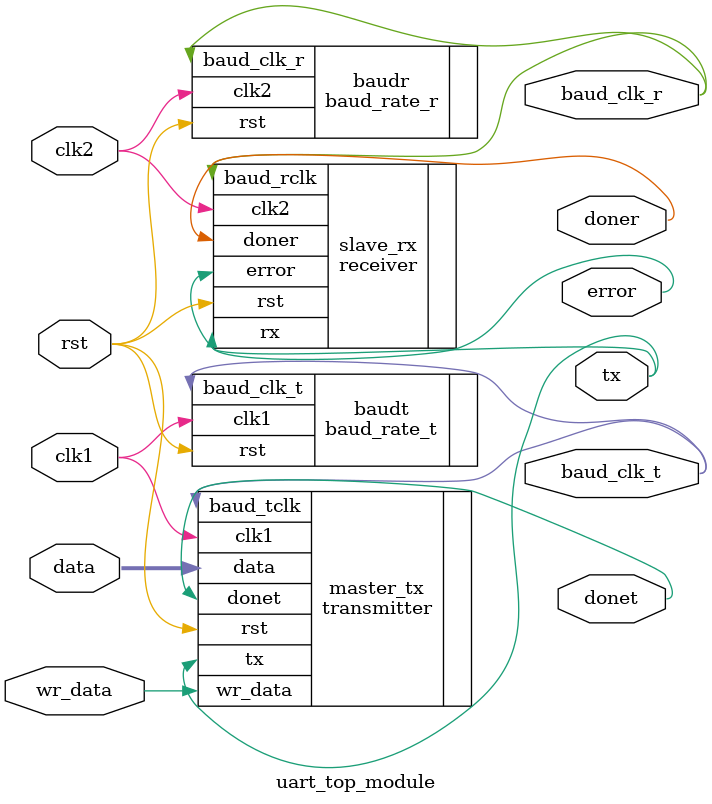
<source format=v>
module uart_top_module(input clk1,clk2,rst,wr_data,input [7:0]data,output baud_clk_t,baud_clk_r,tx,donet,error,doner);

baud_rate_t baudt(.clk1(clk1),.rst(rst),.baud_clk_t(baud_clk_t));

baud_rate_r baudr(.clk2(clk2),.rst(rst),.baud_clk_r(baud_clk_r));

transmitter master_tx(.clk1(clk1),.rst(rst),.wr_data(wr_data),.data(data),.baud_tclk(baud_clk_t),.tx(tx),.donet(donet));

receiver slave_rx(.clk2(clk2),.rst(rst),.baud_rclk(baud_clk_r),.rx(tx),.error(error),.doner(doner));


endmodule

</source>
